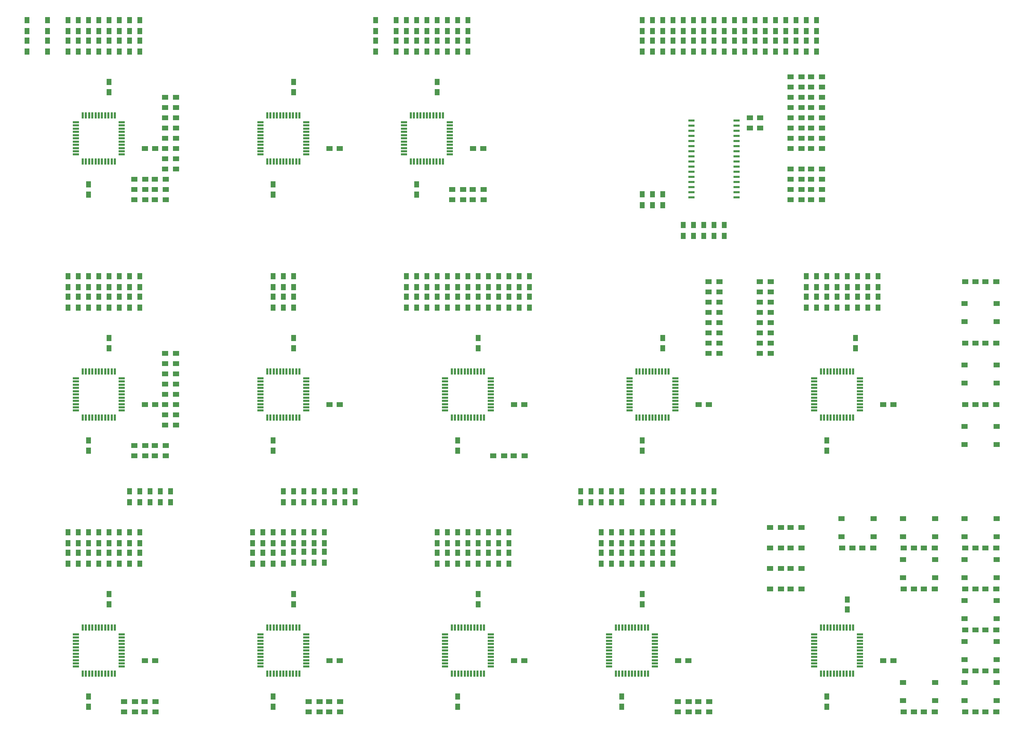
<source format=gtp>
G04 #@! TF.GenerationSoftware,KiCad,Pcbnew,5.0.1*
G04 #@! TF.CreationDate,2018-12-21T00:26:38+11:00*
G04 #@! TF.ProjectId,cpld-cpu,63706C642D6370752E6B696361645F70,rev?*
G04 #@! TF.SameCoordinates,Original*
G04 #@! TF.FileFunction,Paste,Top*
G04 #@! TF.FilePolarity,Positive*
%FSLAX46Y46*%
G04 Gerber Fmt 4.6, Leading zero omitted, Abs format (unit mm)*
G04 Created by KiCad (PCBNEW 5.0.1) date Fri 21 Dec 2018 00:26:38 AEDT*
%MOMM*%
%LPD*%
G01*
G04 APERTURE LIST*
%ADD10R,1.500000X1.300000*%
%ADD11R,1.550000X1.300000*%
%ADD12R,1.500000X1.250000*%
%ADD13R,1.250000X1.500000*%
%ADD14R,0.550000X1.500000*%
%ADD15R,1.500000X0.550000*%
%ADD16R,1.600000X0.600000*%
%ADD17R,1.300000X1.500000*%
G04 APERTURE END LIST*
D10*
G04 #@! TO.C,D131*
X51990000Y-68580000D03*
X54690000Y-68580000D03*
G04 #@! TD*
G04 #@! TO.C,R209*
X49610000Y-68580000D03*
X46910000Y-68580000D03*
G04 #@! TD*
D11*
G04 #@! TO.C,SW4*
X230035000Y-157190000D03*
X222085000Y-157190000D03*
X230035000Y-152690000D03*
X222085000Y-152690000D03*
G04 #@! TD*
G04 #@! TO.C,SW12*
X252565000Y-183170000D03*
X260515000Y-183170000D03*
X252565000Y-187670000D03*
X260515000Y-187670000D03*
G04 #@! TD*
G04 #@! TO.C,SW11*
X260515000Y-167350000D03*
X252565000Y-167350000D03*
X260515000Y-162850000D03*
X252565000Y-162850000D03*
G04 #@! TD*
G04 #@! TO.C,SW10*
X237325000Y-162850000D03*
X245275000Y-162850000D03*
X237325000Y-167350000D03*
X245275000Y-167350000D03*
G04 #@! TD*
G04 #@! TO.C,SW9*
X260515000Y-197830000D03*
X252565000Y-197830000D03*
X260515000Y-193330000D03*
X252565000Y-193330000D03*
G04 #@! TD*
G04 #@! TO.C,SW8*
X252565000Y-173010000D03*
X260515000Y-173010000D03*
X252565000Y-177510000D03*
X260515000Y-177510000D03*
G04 #@! TD*
G04 #@! TO.C,SW7*
X260515000Y-157190000D03*
X252565000Y-157190000D03*
X260515000Y-152690000D03*
X252565000Y-152690000D03*
G04 #@! TD*
G04 #@! TO.C,SW6*
X237325000Y-152690000D03*
X245275000Y-152690000D03*
X237325000Y-157190000D03*
X245275000Y-157190000D03*
G04 #@! TD*
G04 #@! TO.C,SW5*
X245275000Y-197830000D03*
X237325000Y-197830000D03*
X245275000Y-193330000D03*
X237325000Y-193330000D03*
G04 #@! TD*
D12*
G04 #@! TO.C,C53*
X255250000Y-190500000D03*
X252750000Y-190500000D03*
G04 #@! TD*
G04 #@! TO.C,C51*
X237510000Y-170180000D03*
X240010000Y-170180000D03*
G04 #@! TD*
G04 #@! TO.C,C52*
X255250000Y-170180000D03*
X252750000Y-170180000D03*
G04 #@! TD*
G04 #@! TO.C,C50*
X252750000Y-200660000D03*
X255250000Y-200660000D03*
G04 #@! TD*
G04 #@! TO.C,C49*
X255250000Y-180340000D03*
X252750000Y-180340000D03*
G04 #@! TD*
G04 #@! TO.C,C48*
X252750000Y-160020000D03*
X255250000Y-160020000D03*
G04 #@! TD*
G04 #@! TO.C,C47*
X240010000Y-160020000D03*
X237510000Y-160020000D03*
G04 #@! TD*
G04 #@! TO.C,C46*
X234930000Y-187960000D03*
X232430000Y-187960000D03*
G04 #@! TD*
D13*
G04 #@! TO.C,C45*
X223520000Y-175260000D03*
X223520000Y-172760000D03*
G04 #@! TD*
G04 #@! TO.C,C44*
X218440000Y-199330000D03*
X218440000Y-196830000D03*
G04 #@! TD*
D12*
G04 #@! TO.C,C43*
X240010000Y-200660000D03*
X237510000Y-200660000D03*
G04 #@! TD*
G04 #@! TO.C,C42*
X222270000Y-160020000D03*
X224770000Y-160020000D03*
G04 #@! TD*
D14*
G04 #@! TO.C,U14*
X216980000Y-179720000D03*
X217780000Y-179720000D03*
X218580000Y-179720000D03*
X219380000Y-179720000D03*
X220180000Y-179720000D03*
X220980000Y-179720000D03*
X221780000Y-179720000D03*
X222580000Y-179720000D03*
X223380000Y-179720000D03*
X224180000Y-179720000D03*
X224980000Y-179720000D03*
D15*
X226680000Y-181420000D03*
X226680000Y-182220000D03*
X226680000Y-183020000D03*
X226680000Y-183820000D03*
X226680000Y-184620000D03*
X226680000Y-185420000D03*
X226680000Y-186220000D03*
X226680000Y-187020000D03*
X226680000Y-187820000D03*
X226680000Y-188620000D03*
X226680000Y-189420000D03*
D14*
X224980000Y-191120000D03*
X224180000Y-191120000D03*
X223380000Y-191120000D03*
X222580000Y-191120000D03*
X221780000Y-191120000D03*
X220980000Y-191120000D03*
X220180000Y-191120000D03*
X219380000Y-191120000D03*
X218580000Y-191120000D03*
X217780000Y-191120000D03*
X216980000Y-191120000D03*
D15*
X215280000Y-189420000D03*
X215280000Y-188620000D03*
X215280000Y-187820000D03*
X215280000Y-187020000D03*
X215280000Y-186220000D03*
X215280000Y-185420000D03*
X215280000Y-184620000D03*
X215280000Y-183820000D03*
X215280000Y-183020000D03*
X215280000Y-182220000D03*
X215280000Y-181420000D03*
G04 #@! TD*
D10*
G04 #@! TO.C,D130*
X212170000Y-170180000D03*
X209470000Y-170180000D03*
G04 #@! TD*
G04 #@! TO.C,D128*
X209470000Y-160020000D03*
X212170000Y-160020000D03*
G04 #@! TD*
G04 #@! TO.C,D127*
X212170000Y-154940000D03*
X209470000Y-154940000D03*
G04 #@! TD*
G04 #@! TO.C,D129*
X209470000Y-165100000D03*
X212170000Y-165100000D03*
G04 #@! TD*
G04 #@! TO.C,R196*
X229950000Y-160020000D03*
X227250000Y-160020000D03*
G04 #@! TD*
G04 #@! TO.C,R197*
X242490000Y-200660000D03*
X245190000Y-200660000D03*
G04 #@! TD*
G04 #@! TO.C,R198*
X207090000Y-154940000D03*
X204390000Y-154940000D03*
G04 #@! TD*
G04 #@! TO.C,R199*
X204390000Y-160020000D03*
X207090000Y-160020000D03*
G04 #@! TD*
G04 #@! TO.C,R200*
X207090000Y-165100000D03*
X204390000Y-165100000D03*
G04 #@! TD*
G04 #@! TO.C,R201*
X204390000Y-170180000D03*
X207090000Y-170180000D03*
G04 #@! TD*
G04 #@! TO.C,R202*
X245190000Y-160020000D03*
X242490000Y-160020000D03*
G04 #@! TD*
G04 #@! TO.C,R203*
X257730000Y-160020000D03*
X260430000Y-160020000D03*
G04 #@! TD*
G04 #@! TO.C,R204*
X260430000Y-180340000D03*
X257730000Y-180340000D03*
G04 #@! TD*
G04 #@! TO.C,R205*
X257730000Y-200660000D03*
X260430000Y-200660000D03*
G04 #@! TD*
G04 #@! TO.C,R206*
X245190000Y-170180000D03*
X242490000Y-170180000D03*
G04 #@! TD*
G04 #@! TO.C,R207*
X257730000Y-170180000D03*
X260430000Y-170180000D03*
G04 #@! TD*
G04 #@! TO.C,R208*
X260430000Y-190500000D03*
X257730000Y-190500000D03*
G04 #@! TD*
G04 #@! TO.C,D126*
X217250000Y-71120000D03*
X214550000Y-71120000D03*
G04 #@! TD*
G04 #@! TO.C,D125*
X214550000Y-68580000D03*
X217250000Y-68580000D03*
G04 #@! TD*
G04 #@! TO.C,R194*
X209470000Y-68580000D03*
X212170000Y-68580000D03*
G04 #@! TD*
G04 #@! TO.C,R195*
X212170000Y-71120000D03*
X209470000Y-71120000D03*
G04 #@! TD*
G04 #@! TO.C,R192*
X191850000Y-109220000D03*
X189150000Y-109220000D03*
G04 #@! TD*
G04 #@! TO.C,R193*
X189150000Y-111760000D03*
X191850000Y-111760000D03*
G04 #@! TD*
D15*
G04 #@! TO.C,U1*
X32400000Y-54420000D03*
X32400000Y-55220000D03*
X32400000Y-56020000D03*
X32400000Y-56820000D03*
X32400000Y-57620000D03*
X32400000Y-58420000D03*
X32400000Y-59220000D03*
X32400000Y-60020000D03*
X32400000Y-60820000D03*
X32400000Y-61620000D03*
X32400000Y-62420000D03*
D14*
X34100000Y-64120000D03*
X34900000Y-64120000D03*
X35700000Y-64120000D03*
X36500000Y-64120000D03*
X37300000Y-64120000D03*
X38100000Y-64120000D03*
X38900000Y-64120000D03*
X39700000Y-64120000D03*
X40500000Y-64120000D03*
X41300000Y-64120000D03*
X42100000Y-64120000D03*
D15*
X43800000Y-62420000D03*
X43800000Y-61620000D03*
X43800000Y-60820000D03*
X43800000Y-60020000D03*
X43800000Y-59220000D03*
X43800000Y-58420000D03*
X43800000Y-57620000D03*
X43800000Y-56820000D03*
X43800000Y-56020000D03*
X43800000Y-55220000D03*
X43800000Y-54420000D03*
D14*
X42100000Y-52720000D03*
X41300000Y-52720000D03*
X40500000Y-52720000D03*
X39700000Y-52720000D03*
X38900000Y-52720000D03*
X38100000Y-52720000D03*
X37300000Y-52720000D03*
X36500000Y-52720000D03*
X35700000Y-52720000D03*
X34900000Y-52720000D03*
X34100000Y-52720000D03*
G04 #@! TD*
D15*
G04 #@! TO.C,U2*
X32400000Y-117920000D03*
X32400000Y-118720000D03*
X32400000Y-119520000D03*
X32400000Y-120320000D03*
X32400000Y-121120000D03*
X32400000Y-121920000D03*
X32400000Y-122720000D03*
X32400000Y-123520000D03*
X32400000Y-124320000D03*
X32400000Y-125120000D03*
X32400000Y-125920000D03*
D14*
X34100000Y-127620000D03*
X34900000Y-127620000D03*
X35700000Y-127620000D03*
X36500000Y-127620000D03*
X37300000Y-127620000D03*
X38100000Y-127620000D03*
X38900000Y-127620000D03*
X39700000Y-127620000D03*
X40500000Y-127620000D03*
X41300000Y-127620000D03*
X42100000Y-127620000D03*
D15*
X43800000Y-125920000D03*
X43800000Y-125120000D03*
X43800000Y-124320000D03*
X43800000Y-123520000D03*
X43800000Y-122720000D03*
X43800000Y-121920000D03*
X43800000Y-121120000D03*
X43800000Y-120320000D03*
X43800000Y-119520000D03*
X43800000Y-118720000D03*
X43800000Y-117920000D03*
D14*
X42100000Y-116220000D03*
X41300000Y-116220000D03*
X40500000Y-116220000D03*
X39700000Y-116220000D03*
X38900000Y-116220000D03*
X38100000Y-116220000D03*
X37300000Y-116220000D03*
X36500000Y-116220000D03*
X35700000Y-116220000D03*
X34900000Y-116220000D03*
X34100000Y-116220000D03*
G04 #@! TD*
D15*
G04 #@! TO.C,U3*
X32400000Y-181420000D03*
X32400000Y-182220000D03*
X32400000Y-183020000D03*
X32400000Y-183820000D03*
X32400000Y-184620000D03*
X32400000Y-185420000D03*
X32400000Y-186220000D03*
X32400000Y-187020000D03*
X32400000Y-187820000D03*
X32400000Y-188620000D03*
X32400000Y-189420000D03*
D14*
X34100000Y-191120000D03*
X34900000Y-191120000D03*
X35700000Y-191120000D03*
X36500000Y-191120000D03*
X37300000Y-191120000D03*
X38100000Y-191120000D03*
X38900000Y-191120000D03*
X39700000Y-191120000D03*
X40500000Y-191120000D03*
X41300000Y-191120000D03*
X42100000Y-191120000D03*
D15*
X43800000Y-189420000D03*
X43800000Y-188620000D03*
X43800000Y-187820000D03*
X43800000Y-187020000D03*
X43800000Y-186220000D03*
X43800000Y-185420000D03*
X43800000Y-184620000D03*
X43800000Y-183820000D03*
X43800000Y-183020000D03*
X43800000Y-182220000D03*
X43800000Y-181420000D03*
D14*
X42100000Y-179720000D03*
X41300000Y-179720000D03*
X40500000Y-179720000D03*
X39700000Y-179720000D03*
X38900000Y-179720000D03*
X38100000Y-179720000D03*
X37300000Y-179720000D03*
X36500000Y-179720000D03*
X35700000Y-179720000D03*
X34900000Y-179720000D03*
X34100000Y-179720000D03*
G04 #@! TD*
G04 #@! TO.C,U4*
X79820000Y-52720000D03*
X80620000Y-52720000D03*
X81420000Y-52720000D03*
X82220000Y-52720000D03*
X83020000Y-52720000D03*
X83820000Y-52720000D03*
X84620000Y-52720000D03*
X85420000Y-52720000D03*
X86220000Y-52720000D03*
X87020000Y-52720000D03*
X87820000Y-52720000D03*
D15*
X89520000Y-54420000D03*
X89520000Y-55220000D03*
X89520000Y-56020000D03*
X89520000Y-56820000D03*
X89520000Y-57620000D03*
X89520000Y-58420000D03*
X89520000Y-59220000D03*
X89520000Y-60020000D03*
X89520000Y-60820000D03*
X89520000Y-61620000D03*
X89520000Y-62420000D03*
D14*
X87820000Y-64120000D03*
X87020000Y-64120000D03*
X86220000Y-64120000D03*
X85420000Y-64120000D03*
X84620000Y-64120000D03*
X83820000Y-64120000D03*
X83020000Y-64120000D03*
X82220000Y-64120000D03*
X81420000Y-64120000D03*
X80620000Y-64120000D03*
X79820000Y-64120000D03*
D15*
X78120000Y-62420000D03*
X78120000Y-61620000D03*
X78120000Y-60820000D03*
X78120000Y-60020000D03*
X78120000Y-59220000D03*
X78120000Y-58420000D03*
X78120000Y-57620000D03*
X78120000Y-56820000D03*
X78120000Y-56020000D03*
X78120000Y-55220000D03*
X78120000Y-54420000D03*
G04 #@! TD*
D14*
G04 #@! TO.C,U5*
X79820000Y-116220000D03*
X80620000Y-116220000D03*
X81420000Y-116220000D03*
X82220000Y-116220000D03*
X83020000Y-116220000D03*
X83820000Y-116220000D03*
X84620000Y-116220000D03*
X85420000Y-116220000D03*
X86220000Y-116220000D03*
X87020000Y-116220000D03*
X87820000Y-116220000D03*
D15*
X89520000Y-117920000D03*
X89520000Y-118720000D03*
X89520000Y-119520000D03*
X89520000Y-120320000D03*
X89520000Y-121120000D03*
X89520000Y-121920000D03*
X89520000Y-122720000D03*
X89520000Y-123520000D03*
X89520000Y-124320000D03*
X89520000Y-125120000D03*
X89520000Y-125920000D03*
D14*
X87820000Y-127620000D03*
X87020000Y-127620000D03*
X86220000Y-127620000D03*
X85420000Y-127620000D03*
X84620000Y-127620000D03*
X83820000Y-127620000D03*
X83020000Y-127620000D03*
X82220000Y-127620000D03*
X81420000Y-127620000D03*
X80620000Y-127620000D03*
X79820000Y-127620000D03*
D15*
X78120000Y-125920000D03*
X78120000Y-125120000D03*
X78120000Y-124320000D03*
X78120000Y-123520000D03*
X78120000Y-122720000D03*
X78120000Y-121920000D03*
X78120000Y-121120000D03*
X78120000Y-120320000D03*
X78120000Y-119520000D03*
X78120000Y-118720000D03*
X78120000Y-117920000D03*
G04 #@! TD*
D14*
G04 #@! TO.C,U6*
X79820000Y-179720000D03*
X80620000Y-179720000D03*
X81420000Y-179720000D03*
X82220000Y-179720000D03*
X83020000Y-179720000D03*
X83820000Y-179720000D03*
X84620000Y-179720000D03*
X85420000Y-179720000D03*
X86220000Y-179720000D03*
X87020000Y-179720000D03*
X87820000Y-179720000D03*
D15*
X89520000Y-181420000D03*
X89520000Y-182220000D03*
X89520000Y-183020000D03*
X89520000Y-183820000D03*
X89520000Y-184620000D03*
X89520000Y-185420000D03*
X89520000Y-186220000D03*
X89520000Y-187020000D03*
X89520000Y-187820000D03*
X89520000Y-188620000D03*
X89520000Y-189420000D03*
D14*
X87820000Y-191120000D03*
X87020000Y-191120000D03*
X86220000Y-191120000D03*
X85420000Y-191120000D03*
X84620000Y-191120000D03*
X83820000Y-191120000D03*
X83020000Y-191120000D03*
X82220000Y-191120000D03*
X81420000Y-191120000D03*
X80620000Y-191120000D03*
X79820000Y-191120000D03*
D15*
X78120000Y-189420000D03*
X78120000Y-188620000D03*
X78120000Y-187820000D03*
X78120000Y-187020000D03*
X78120000Y-186220000D03*
X78120000Y-185420000D03*
X78120000Y-184620000D03*
X78120000Y-183820000D03*
X78120000Y-183020000D03*
X78120000Y-182220000D03*
X78120000Y-181420000D03*
G04 #@! TD*
G04 #@! TO.C,U7*
X113680000Y-54420000D03*
X113680000Y-55220000D03*
X113680000Y-56020000D03*
X113680000Y-56820000D03*
X113680000Y-57620000D03*
X113680000Y-58420000D03*
X113680000Y-59220000D03*
X113680000Y-60020000D03*
X113680000Y-60820000D03*
X113680000Y-61620000D03*
X113680000Y-62420000D03*
D14*
X115380000Y-64120000D03*
X116180000Y-64120000D03*
X116980000Y-64120000D03*
X117780000Y-64120000D03*
X118580000Y-64120000D03*
X119380000Y-64120000D03*
X120180000Y-64120000D03*
X120980000Y-64120000D03*
X121780000Y-64120000D03*
X122580000Y-64120000D03*
X123380000Y-64120000D03*
D15*
X125080000Y-62420000D03*
X125080000Y-61620000D03*
X125080000Y-60820000D03*
X125080000Y-60020000D03*
X125080000Y-59220000D03*
X125080000Y-58420000D03*
X125080000Y-57620000D03*
X125080000Y-56820000D03*
X125080000Y-56020000D03*
X125080000Y-55220000D03*
X125080000Y-54420000D03*
D14*
X123380000Y-52720000D03*
X122580000Y-52720000D03*
X121780000Y-52720000D03*
X120980000Y-52720000D03*
X120180000Y-52720000D03*
X119380000Y-52720000D03*
X118580000Y-52720000D03*
X117780000Y-52720000D03*
X116980000Y-52720000D03*
X116180000Y-52720000D03*
X115380000Y-52720000D03*
G04 #@! TD*
D15*
G04 #@! TO.C,U8*
X123840000Y-117920000D03*
X123840000Y-118720000D03*
X123840000Y-119520000D03*
X123840000Y-120320000D03*
X123840000Y-121120000D03*
X123840000Y-121920000D03*
X123840000Y-122720000D03*
X123840000Y-123520000D03*
X123840000Y-124320000D03*
X123840000Y-125120000D03*
X123840000Y-125920000D03*
D14*
X125540000Y-127620000D03*
X126340000Y-127620000D03*
X127140000Y-127620000D03*
X127940000Y-127620000D03*
X128740000Y-127620000D03*
X129540000Y-127620000D03*
X130340000Y-127620000D03*
X131140000Y-127620000D03*
X131940000Y-127620000D03*
X132740000Y-127620000D03*
X133540000Y-127620000D03*
D15*
X135240000Y-125920000D03*
X135240000Y-125120000D03*
X135240000Y-124320000D03*
X135240000Y-123520000D03*
X135240000Y-122720000D03*
X135240000Y-121920000D03*
X135240000Y-121120000D03*
X135240000Y-120320000D03*
X135240000Y-119520000D03*
X135240000Y-118720000D03*
X135240000Y-117920000D03*
D14*
X133540000Y-116220000D03*
X132740000Y-116220000D03*
X131940000Y-116220000D03*
X131140000Y-116220000D03*
X130340000Y-116220000D03*
X129540000Y-116220000D03*
X128740000Y-116220000D03*
X127940000Y-116220000D03*
X127140000Y-116220000D03*
X126340000Y-116220000D03*
X125540000Y-116220000D03*
G04 #@! TD*
G04 #@! TO.C,U9*
X125540000Y-179720000D03*
X126340000Y-179720000D03*
X127140000Y-179720000D03*
X127940000Y-179720000D03*
X128740000Y-179720000D03*
X129540000Y-179720000D03*
X130340000Y-179720000D03*
X131140000Y-179720000D03*
X131940000Y-179720000D03*
X132740000Y-179720000D03*
X133540000Y-179720000D03*
D15*
X135240000Y-181420000D03*
X135240000Y-182220000D03*
X135240000Y-183020000D03*
X135240000Y-183820000D03*
X135240000Y-184620000D03*
X135240000Y-185420000D03*
X135240000Y-186220000D03*
X135240000Y-187020000D03*
X135240000Y-187820000D03*
X135240000Y-188620000D03*
X135240000Y-189420000D03*
D14*
X133540000Y-191120000D03*
X132740000Y-191120000D03*
X131940000Y-191120000D03*
X131140000Y-191120000D03*
X130340000Y-191120000D03*
X129540000Y-191120000D03*
X128740000Y-191120000D03*
X127940000Y-191120000D03*
X127140000Y-191120000D03*
X126340000Y-191120000D03*
X125540000Y-191120000D03*
D15*
X123840000Y-189420000D03*
X123840000Y-188620000D03*
X123840000Y-187820000D03*
X123840000Y-187020000D03*
X123840000Y-186220000D03*
X123840000Y-185420000D03*
X123840000Y-184620000D03*
X123840000Y-183820000D03*
X123840000Y-183020000D03*
X123840000Y-182220000D03*
X123840000Y-181420000D03*
G04 #@! TD*
D14*
G04 #@! TO.C,U10*
X171260000Y-116220000D03*
X172060000Y-116220000D03*
X172860000Y-116220000D03*
X173660000Y-116220000D03*
X174460000Y-116220000D03*
X175260000Y-116220000D03*
X176060000Y-116220000D03*
X176860000Y-116220000D03*
X177660000Y-116220000D03*
X178460000Y-116220000D03*
X179260000Y-116220000D03*
D15*
X180960000Y-117920000D03*
X180960000Y-118720000D03*
X180960000Y-119520000D03*
X180960000Y-120320000D03*
X180960000Y-121120000D03*
X180960000Y-121920000D03*
X180960000Y-122720000D03*
X180960000Y-123520000D03*
X180960000Y-124320000D03*
X180960000Y-125120000D03*
X180960000Y-125920000D03*
D14*
X179260000Y-127620000D03*
X178460000Y-127620000D03*
X177660000Y-127620000D03*
X176860000Y-127620000D03*
X176060000Y-127620000D03*
X175260000Y-127620000D03*
X174460000Y-127620000D03*
X173660000Y-127620000D03*
X172860000Y-127620000D03*
X172060000Y-127620000D03*
X171260000Y-127620000D03*
D15*
X169560000Y-125920000D03*
X169560000Y-125120000D03*
X169560000Y-124320000D03*
X169560000Y-123520000D03*
X169560000Y-122720000D03*
X169560000Y-121920000D03*
X169560000Y-121120000D03*
X169560000Y-120320000D03*
X169560000Y-119520000D03*
X169560000Y-118720000D03*
X169560000Y-117920000D03*
G04 #@! TD*
G04 #@! TO.C,U11*
X164480000Y-181420000D03*
X164480000Y-182220000D03*
X164480000Y-183020000D03*
X164480000Y-183820000D03*
X164480000Y-184620000D03*
X164480000Y-185420000D03*
X164480000Y-186220000D03*
X164480000Y-187020000D03*
X164480000Y-187820000D03*
X164480000Y-188620000D03*
X164480000Y-189420000D03*
D14*
X166180000Y-191120000D03*
X166980000Y-191120000D03*
X167780000Y-191120000D03*
X168580000Y-191120000D03*
X169380000Y-191120000D03*
X170180000Y-191120000D03*
X170980000Y-191120000D03*
X171780000Y-191120000D03*
X172580000Y-191120000D03*
X173380000Y-191120000D03*
X174180000Y-191120000D03*
D15*
X175880000Y-189420000D03*
X175880000Y-188620000D03*
X175880000Y-187820000D03*
X175880000Y-187020000D03*
X175880000Y-186220000D03*
X175880000Y-185420000D03*
X175880000Y-184620000D03*
X175880000Y-183820000D03*
X175880000Y-183020000D03*
X175880000Y-182220000D03*
X175880000Y-181420000D03*
D14*
X174180000Y-179720000D03*
X173380000Y-179720000D03*
X172580000Y-179720000D03*
X171780000Y-179720000D03*
X170980000Y-179720000D03*
X170180000Y-179720000D03*
X169380000Y-179720000D03*
X168580000Y-179720000D03*
X167780000Y-179720000D03*
X166980000Y-179720000D03*
X166180000Y-179720000D03*
G04 #@! TD*
D11*
G04 #@! TO.C,SW1*
X260515000Y-103850000D03*
X252565000Y-103850000D03*
X260515000Y-99350000D03*
X252565000Y-99350000D03*
G04 #@! TD*
G04 #@! TO.C,SW2*
X252565000Y-114590000D03*
X260515000Y-114590000D03*
X252565000Y-119090000D03*
X260515000Y-119090000D03*
G04 #@! TD*
G04 #@! TO.C,SW3*
X260515000Y-134330000D03*
X252565000Y-134330000D03*
X260515000Y-129830000D03*
X252565000Y-129830000D03*
G04 #@! TD*
D16*
G04 #@! TO.C,U12*
X196100000Y-53975000D03*
X196100000Y-55245000D03*
X196100000Y-56515000D03*
X196100000Y-57785000D03*
X196100000Y-59055000D03*
X196100000Y-60325000D03*
X196100000Y-61595000D03*
X196100000Y-62875000D03*
X196100000Y-64125000D03*
X196100000Y-65405000D03*
X196100000Y-66675000D03*
X196100000Y-67945000D03*
X196100000Y-69215000D03*
X196100000Y-70485000D03*
X196100000Y-71755000D03*
X196100000Y-73025000D03*
X184900000Y-73025000D03*
X184900000Y-71755000D03*
X184900000Y-70485000D03*
X184900000Y-69215000D03*
X184900000Y-67945000D03*
X184900000Y-66675000D03*
X184900000Y-65405000D03*
X184900000Y-64125000D03*
X184900000Y-62875000D03*
X184900000Y-61595000D03*
X184900000Y-60325000D03*
X184900000Y-59055000D03*
X184900000Y-57785000D03*
X184900000Y-56515000D03*
X184900000Y-55245000D03*
X184900000Y-53975000D03*
G04 #@! TD*
D14*
G04 #@! TO.C,U13*
X216980000Y-116220000D03*
X217780000Y-116220000D03*
X218580000Y-116220000D03*
X219380000Y-116220000D03*
X220180000Y-116220000D03*
X220980000Y-116220000D03*
X221780000Y-116220000D03*
X222580000Y-116220000D03*
X223380000Y-116220000D03*
X224180000Y-116220000D03*
X224980000Y-116220000D03*
D15*
X226680000Y-117920000D03*
X226680000Y-118720000D03*
X226680000Y-119520000D03*
X226680000Y-120320000D03*
X226680000Y-121120000D03*
X226680000Y-121920000D03*
X226680000Y-122720000D03*
X226680000Y-123520000D03*
X226680000Y-124320000D03*
X226680000Y-125120000D03*
X226680000Y-125920000D03*
D14*
X224980000Y-127620000D03*
X224180000Y-127620000D03*
X223380000Y-127620000D03*
X222580000Y-127620000D03*
X221780000Y-127620000D03*
X220980000Y-127620000D03*
X220180000Y-127620000D03*
X219380000Y-127620000D03*
X218580000Y-127620000D03*
X217780000Y-127620000D03*
X216980000Y-127620000D03*
D15*
X215280000Y-125920000D03*
X215280000Y-125120000D03*
X215280000Y-124320000D03*
X215280000Y-123520000D03*
X215280000Y-122720000D03*
X215280000Y-121920000D03*
X215280000Y-121120000D03*
X215280000Y-120320000D03*
X215280000Y-119520000D03*
X215280000Y-118720000D03*
X215280000Y-117920000D03*
G04 #@! TD*
D13*
G04 #@! TO.C,C1*
X35560000Y-72370000D03*
X35560000Y-69870000D03*
G04 #@! TD*
D12*
G04 #@! TO.C,C2*
X52050000Y-60960000D03*
X49550000Y-60960000D03*
G04 #@! TD*
D13*
G04 #@! TO.C,C3*
X40640000Y-44470000D03*
X40640000Y-46970000D03*
G04 #@! TD*
G04 #@! TO.C,C4*
X35560000Y-135870000D03*
X35560000Y-133370000D03*
G04 #@! TD*
D12*
G04 #@! TO.C,C5*
X52050000Y-124460000D03*
X49550000Y-124460000D03*
G04 #@! TD*
D13*
G04 #@! TO.C,C6*
X40640000Y-107950000D03*
X40640000Y-110450000D03*
G04 #@! TD*
G04 #@! TO.C,C7*
X40640000Y-171470000D03*
X40640000Y-173970000D03*
G04 #@! TD*
G04 #@! TO.C,C8*
X35560000Y-196870000D03*
X35560000Y-199370000D03*
G04 #@! TD*
D12*
G04 #@! TO.C,C9*
X52050000Y-187920000D03*
X49550000Y-187920000D03*
G04 #@! TD*
D13*
G04 #@! TO.C,C10*
X81280000Y-72370000D03*
X81280000Y-69870000D03*
G04 #@! TD*
D12*
G04 #@! TO.C,C11*
X97770000Y-60960000D03*
X95270000Y-60960000D03*
G04 #@! TD*
D13*
G04 #@! TO.C,C12*
X86360000Y-44470000D03*
X86360000Y-46970000D03*
G04 #@! TD*
G04 #@! TO.C,C13*
X81280000Y-133370000D03*
X81280000Y-135870000D03*
G04 #@! TD*
D12*
G04 #@! TO.C,C14*
X95270000Y-124460000D03*
X97770000Y-124460000D03*
G04 #@! TD*
D13*
G04 #@! TO.C,C15*
X86360000Y-110470000D03*
X86360000Y-107970000D03*
G04 #@! TD*
G04 #@! TO.C,C16*
X81280000Y-196870000D03*
X81280000Y-199370000D03*
G04 #@! TD*
D12*
G04 #@! TO.C,C17*
X97770000Y-187960000D03*
X95270000Y-187960000D03*
G04 #@! TD*
D13*
G04 #@! TO.C,C18*
X86360000Y-173970000D03*
X86360000Y-171470000D03*
G04 #@! TD*
G04 #@! TO.C,C19*
X116840000Y-72370000D03*
X116840000Y-69870000D03*
G04 #@! TD*
D12*
G04 #@! TO.C,C20*
X133330000Y-60960000D03*
X130830000Y-60960000D03*
G04 #@! TD*
D13*
G04 #@! TO.C,C21*
X121920000Y-44470000D03*
X121920000Y-46970000D03*
G04 #@! TD*
G04 #@! TO.C,C22*
X127000000Y-135870000D03*
X127000000Y-133370000D03*
G04 #@! TD*
D12*
G04 #@! TO.C,C23*
X143490000Y-124460000D03*
X140990000Y-124460000D03*
G04 #@! TD*
D13*
G04 #@! TO.C,C24*
X132080000Y-110470000D03*
X132080000Y-107970000D03*
G04 #@! TD*
G04 #@! TO.C,C25*
X127000000Y-199370000D03*
X127000000Y-196870000D03*
G04 #@! TD*
D12*
G04 #@! TO.C,C26*
X140990000Y-187960000D03*
X143490000Y-187960000D03*
G04 #@! TD*
D13*
G04 #@! TO.C,C27*
X132080000Y-173970000D03*
X132080000Y-171470000D03*
G04 #@! TD*
D12*
G04 #@! TO.C,C28*
X201910000Y-55880000D03*
X199410000Y-55880000D03*
G04 #@! TD*
G04 #@! TO.C,C29*
X201910000Y-53340000D03*
X199410000Y-53340000D03*
G04 #@! TD*
D13*
G04 #@! TO.C,C30*
X172720000Y-133370000D03*
X172720000Y-135870000D03*
G04 #@! TD*
D12*
G04 #@! TO.C,C31*
X189210000Y-124460000D03*
X186710000Y-124460000D03*
G04 #@! TD*
D13*
G04 #@! TO.C,C32*
X177800000Y-110470000D03*
X177800000Y-107970000D03*
G04 #@! TD*
G04 #@! TO.C,C33*
X167640000Y-196870000D03*
X167640000Y-199370000D03*
G04 #@! TD*
D12*
G04 #@! TO.C,C34*
X184130000Y-187960000D03*
X181630000Y-187960000D03*
G04 #@! TD*
D13*
G04 #@! TO.C,C35*
X172720000Y-173970000D03*
X172720000Y-171470000D03*
G04 #@! TD*
G04 #@! TO.C,C36*
X218440000Y-133370000D03*
X218440000Y-135870000D03*
G04 #@! TD*
D12*
G04 #@! TO.C,C37*
X232430000Y-124460000D03*
X234930000Y-124460000D03*
G04 #@! TD*
D13*
G04 #@! TO.C,C38*
X225552000Y-110470000D03*
X225552000Y-107970000D03*
G04 #@! TD*
D12*
G04 #@! TO.C,C39*
X255250000Y-93980000D03*
X252750000Y-93980000D03*
G04 #@! TD*
G04 #@! TO.C,C40*
X255250000Y-109220000D03*
X252750000Y-109220000D03*
G04 #@! TD*
G04 #@! TO.C,C41*
X255250000Y-124460000D03*
X252750000Y-124460000D03*
G04 #@! TD*
D10*
G04 #@! TO.C,D1*
X214550000Y-73660000D03*
X217250000Y-73660000D03*
G04 #@! TD*
G04 #@! TO.C,D2*
X214550000Y-66040000D03*
X217250000Y-66040000D03*
G04 #@! TD*
G04 #@! TO.C,D3*
X186610000Y-200660000D03*
X189310000Y-200660000D03*
G04 #@! TD*
G04 #@! TO.C,D4*
X133430000Y-73660000D03*
X130730000Y-73660000D03*
G04 #@! TD*
G04 #@! TO.C,D5*
X133430000Y-71120000D03*
X130730000Y-71120000D03*
G04 #@! TD*
G04 #@! TO.C,D6*
X51990000Y-73660000D03*
X54690000Y-73660000D03*
G04 #@! TD*
G04 #@! TO.C,D7*
X51990000Y-71120000D03*
X54690000Y-71120000D03*
G04 #@! TD*
G04 #@! TO.C,D8*
X54690000Y-137160000D03*
X51990000Y-137160000D03*
G04 #@! TD*
G04 #@! TO.C,D9*
X54690000Y-134620000D03*
X51990000Y-134620000D03*
G04 #@! TD*
G04 #@! TO.C,D10*
X49450000Y-200660000D03*
X52150000Y-200660000D03*
G04 #@! TD*
G04 #@! TO.C,D11*
X52150000Y-198120000D03*
X49450000Y-198120000D03*
G04 #@! TD*
G04 #@! TO.C,D12*
X95170000Y-200660000D03*
X97870000Y-200660000D03*
G04 #@! TD*
G04 #@! TO.C,D13*
X97870000Y-198120000D03*
X95170000Y-198120000D03*
G04 #@! TD*
G04 #@! TO.C,D14*
X186610000Y-198120000D03*
X189310000Y-198120000D03*
G04 #@! TD*
G04 #@! TO.C,D15*
X140890000Y-137160000D03*
X143590000Y-137160000D03*
G04 #@! TD*
D17*
G04 #@! TO.C,D16*
X20320000Y-29130000D03*
X20320000Y-31830000D03*
G04 #@! TD*
G04 #@! TO.C,D17*
X48260000Y-156130000D03*
X48260000Y-158830000D03*
G04 #@! TD*
G04 #@! TO.C,D18*
X45720000Y-158830000D03*
X45720000Y-156130000D03*
G04 #@! TD*
G04 #@! TO.C,D19*
X43180000Y-156130000D03*
X43180000Y-158830000D03*
G04 #@! TD*
G04 #@! TO.C,D20*
X40640000Y-156130000D03*
X40640000Y-158830000D03*
G04 #@! TD*
G04 #@! TO.C,D21*
X38100000Y-158830000D03*
X38100000Y-156130000D03*
G04 #@! TD*
G04 #@! TO.C,D22*
X35560000Y-156130000D03*
X35560000Y-158830000D03*
G04 #@! TD*
G04 #@! TO.C,D23*
X33020000Y-156130000D03*
X33020000Y-158830000D03*
G04 #@! TD*
G04 #@! TO.C,D24*
X30480000Y-158830000D03*
X30480000Y-156130000D03*
G04 #@! TD*
D10*
G04 #@! TO.C,D25*
X214550000Y-43180000D03*
X217250000Y-43180000D03*
G04 #@! TD*
G04 #@! TO.C,D26*
X217250000Y-45720000D03*
X214550000Y-45720000D03*
G04 #@! TD*
G04 #@! TO.C,D27*
X214550000Y-48260000D03*
X217250000Y-48260000D03*
G04 #@! TD*
G04 #@! TO.C,D28*
X217250000Y-50800000D03*
X214550000Y-50800000D03*
G04 #@! TD*
G04 #@! TO.C,D29*
X217250000Y-53340000D03*
X214550000Y-53340000D03*
G04 #@! TD*
G04 #@! TO.C,D30*
X214550000Y-55880000D03*
X217250000Y-55880000D03*
G04 #@! TD*
G04 #@! TO.C,D31*
X214550000Y-58420000D03*
X217250000Y-58420000D03*
G04 #@! TD*
G04 #@! TO.C,D32*
X214550000Y-60960000D03*
X217250000Y-60960000D03*
G04 #@! TD*
D17*
G04 #@! TO.C,D33*
X48260000Y-31830000D03*
X48260000Y-29130000D03*
G04 #@! TD*
G04 #@! TO.C,D34*
X45720000Y-31830000D03*
X45720000Y-29130000D03*
G04 #@! TD*
G04 #@! TO.C,D35*
X43180000Y-29130000D03*
X43180000Y-31830000D03*
G04 #@! TD*
G04 #@! TO.C,D36*
X40640000Y-31830000D03*
X40640000Y-29130000D03*
G04 #@! TD*
G04 #@! TO.C,D37*
X38100000Y-31830000D03*
X38100000Y-29130000D03*
G04 #@! TD*
G04 #@! TO.C,D38*
X35560000Y-29130000D03*
X35560000Y-31830000D03*
G04 #@! TD*
G04 #@! TO.C,D39*
X33020000Y-29130000D03*
X33020000Y-31830000D03*
G04 #@! TD*
G04 #@! TO.C,D40*
X30480000Y-31830000D03*
X30480000Y-29130000D03*
G04 #@! TD*
G04 #@! TO.C,D41*
X25400000Y-29130000D03*
X25400000Y-31830000D03*
G04 #@! TD*
G04 #@! TO.C,D42*
X48260000Y-92630000D03*
X48260000Y-95330000D03*
G04 #@! TD*
G04 #@! TO.C,D43*
X45720000Y-95330000D03*
X45720000Y-92630000D03*
G04 #@! TD*
G04 #@! TO.C,D44*
X43180000Y-92630000D03*
X43180000Y-95330000D03*
G04 #@! TD*
G04 #@! TO.C,D45*
X40640000Y-95330000D03*
X40640000Y-92630000D03*
G04 #@! TD*
G04 #@! TO.C,D46*
X38100000Y-92630000D03*
X38100000Y-95330000D03*
G04 #@! TD*
G04 #@! TO.C,D47*
X35560000Y-95330000D03*
X35560000Y-92630000D03*
G04 #@! TD*
G04 #@! TO.C,D48*
X33020000Y-92630000D03*
X33020000Y-95330000D03*
G04 #@! TD*
G04 #@! TO.C,D49*
X30480000Y-92630000D03*
X30480000Y-95330000D03*
G04 #@! TD*
G04 #@! TO.C,D50*
X93980000Y-156130000D03*
X93980000Y-158830000D03*
G04 #@! TD*
G04 #@! TO.C,D51*
X91440000Y-158830000D03*
X91440000Y-156130000D03*
G04 #@! TD*
G04 #@! TO.C,D52*
X88900000Y-156130000D03*
X88900000Y-158830000D03*
G04 #@! TD*
G04 #@! TO.C,D53*
X86360000Y-156130000D03*
X86360000Y-158830000D03*
G04 #@! TD*
G04 #@! TO.C,D54*
X83820000Y-158830000D03*
X83820000Y-156130000D03*
G04 #@! TD*
G04 #@! TO.C,D55*
X81280000Y-156130000D03*
X81280000Y-158830000D03*
G04 #@! TD*
G04 #@! TO.C,D56*
X78740000Y-158830000D03*
X78740000Y-156130000D03*
G04 #@! TD*
G04 #@! TO.C,D57*
X76200000Y-158830000D03*
X76200000Y-156130000D03*
G04 #@! TD*
G04 #@! TO.C,D58*
X86360000Y-92630000D03*
X86360000Y-95330000D03*
G04 #@! TD*
G04 #@! TO.C,D59*
X83820000Y-92630000D03*
X83820000Y-95330000D03*
G04 #@! TD*
G04 #@! TO.C,D60*
X81280000Y-92630000D03*
X81280000Y-95330000D03*
G04 #@! TD*
G04 #@! TO.C,D61*
X129540000Y-29130000D03*
X129540000Y-31830000D03*
G04 #@! TD*
G04 #@! TO.C,D62*
X127000000Y-31830000D03*
X127000000Y-29130000D03*
G04 #@! TD*
G04 #@! TO.C,D63*
X124460000Y-29130000D03*
X124460000Y-31830000D03*
G04 #@! TD*
G04 #@! TO.C,D64*
X121920000Y-31830000D03*
X121920000Y-29130000D03*
G04 #@! TD*
G04 #@! TO.C,D65*
X119380000Y-29130000D03*
X119380000Y-31830000D03*
G04 #@! TD*
G04 #@! TO.C,D66*
X116840000Y-29130000D03*
X116840000Y-31830000D03*
G04 #@! TD*
G04 #@! TO.C,D67*
X114300000Y-31830000D03*
X114300000Y-29130000D03*
G04 #@! TD*
G04 #@! TO.C,D68*
X111760000Y-31830000D03*
X111760000Y-29130000D03*
G04 #@! TD*
G04 #@! TO.C,D69*
X106680000Y-31830000D03*
X106680000Y-29130000D03*
G04 #@! TD*
G04 #@! TO.C,D70*
X139700000Y-156130000D03*
X139700000Y-158830000D03*
G04 #@! TD*
G04 #@! TO.C,D71*
X137160000Y-158830000D03*
X137160000Y-156130000D03*
G04 #@! TD*
G04 #@! TO.C,D72*
X134620000Y-156130000D03*
X134620000Y-158830000D03*
G04 #@! TD*
G04 #@! TO.C,D73*
X132080000Y-156130000D03*
X132080000Y-158830000D03*
G04 #@! TD*
G04 #@! TO.C,D74*
X129540000Y-156130000D03*
X129540000Y-158830000D03*
G04 #@! TD*
G04 #@! TO.C,D75*
X127000000Y-158830000D03*
X127000000Y-156130000D03*
G04 #@! TD*
G04 #@! TO.C,D76*
X124460000Y-156130000D03*
X124460000Y-158830000D03*
G04 #@! TD*
G04 #@! TO.C,D77*
X121920000Y-156130000D03*
X121920000Y-158830000D03*
G04 #@! TD*
G04 #@! TO.C,D78*
X180340000Y-158830000D03*
X180340000Y-156130000D03*
G04 #@! TD*
G04 #@! TO.C,D79*
X177800000Y-158830000D03*
X177800000Y-156130000D03*
G04 #@! TD*
G04 #@! TO.C,D80*
X175260000Y-156130000D03*
X175260000Y-158830000D03*
G04 #@! TD*
G04 #@! TO.C,D81*
X172720000Y-158830000D03*
X172720000Y-156130000D03*
G04 #@! TD*
G04 #@! TO.C,D82*
X170180000Y-156130000D03*
X170180000Y-158830000D03*
G04 #@! TD*
G04 #@! TO.C,D83*
X167640000Y-156130000D03*
X167640000Y-158830000D03*
G04 #@! TD*
G04 #@! TO.C,D84*
X165100000Y-158830000D03*
X165100000Y-156130000D03*
G04 #@! TD*
G04 #@! TO.C,D85*
X162560000Y-156130000D03*
X162560000Y-158830000D03*
G04 #@! TD*
G04 #@! TO.C,D86*
X215900000Y-29130000D03*
X215900000Y-31830000D03*
G04 #@! TD*
G04 #@! TO.C,D87*
X213360000Y-31830000D03*
X213360000Y-29130000D03*
G04 #@! TD*
G04 #@! TO.C,D88*
X210820000Y-31830000D03*
X210820000Y-29130000D03*
G04 #@! TD*
G04 #@! TO.C,D89*
X208280000Y-31830000D03*
X208280000Y-29130000D03*
G04 #@! TD*
G04 #@! TO.C,D90*
X205740000Y-29130000D03*
X205740000Y-31830000D03*
G04 #@! TD*
G04 #@! TO.C,D91*
X203200000Y-31830000D03*
X203200000Y-29130000D03*
G04 #@! TD*
G04 #@! TO.C,D92*
X200660000Y-31830000D03*
X200660000Y-29130000D03*
G04 #@! TD*
G04 #@! TO.C,D93*
X198120000Y-29130000D03*
X198120000Y-31830000D03*
G04 #@! TD*
G04 #@! TO.C,D94*
X195580000Y-31830000D03*
X195580000Y-29130000D03*
G04 #@! TD*
G04 #@! TO.C,D95*
X193040000Y-29130000D03*
X193040000Y-31830000D03*
G04 #@! TD*
G04 #@! TO.C,D96*
X190500000Y-29130000D03*
X190500000Y-31830000D03*
G04 #@! TD*
G04 #@! TO.C,D97*
X187960000Y-29130000D03*
X187960000Y-31830000D03*
G04 #@! TD*
G04 #@! TO.C,D98*
X185420000Y-29130000D03*
X185420000Y-31830000D03*
G04 #@! TD*
G04 #@! TO.C,D99*
X182880000Y-31830000D03*
X182880000Y-29130000D03*
G04 #@! TD*
G04 #@! TO.C,D100*
X180340000Y-29130000D03*
X180340000Y-31830000D03*
G04 #@! TD*
G04 #@! TO.C,D101*
X177800000Y-31830000D03*
X177800000Y-29130000D03*
G04 #@! TD*
G04 #@! TO.C,D102*
X175260000Y-31830000D03*
X175260000Y-29130000D03*
G04 #@! TD*
G04 #@! TO.C,D103*
X172720000Y-29130000D03*
X172720000Y-31830000D03*
G04 #@! TD*
G04 #@! TO.C,D104*
X144780000Y-92630000D03*
X144780000Y-95330000D03*
G04 #@! TD*
G04 #@! TO.C,D105*
X142240000Y-92630000D03*
X142240000Y-95330000D03*
G04 #@! TD*
G04 #@! TO.C,D106*
X139700000Y-95330000D03*
X139700000Y-92630000D03*
G04 #@! TD*
G04 #@! TO.C,D107*
X137160000Y-95330000D03*
X137160000Y-92630000D03*
G04 #@! TD*
G04 #@! TO.C,D108*
X134620000Y-92630000D03*
X134620000Y-95330000D03*
G04 #@! TD*
G04 #@! TO.C,D109*
X132080000Y-92630000D03*
X132080000Y-95330000D03*
G04 #@! TD*
G04 #@! TO.C,D110*
X129540000Y-95330000D03*
X129540000Y-92630000D03*
G04 #@! TD*
G04 #@! TO.C,D111*
X127000000Y-95330000D03*
X127000000Y-92630000D03*
G04 #@! TD*
G04 #@! TO.C,D112*
X124460000Y-95330000D03*
X124460000Y-92630000D03*
G04 #@! TD*
G04 #@! TO.C,D113*
X121920000Y-95330000D03*
X121920000Y-92630000D03*
G04 #@! TD*
G04 #@! TO.C,D114*
X119380000Y-92630000D03*
X119380000Y-95330000D03*
G04 #@! TD*
G04 #@! TO.C,D115*
X116840000Y-95330000D03*
X116840000Y-92630000D03*
G04 #@! TD*
G04 #@! TO.C,D116*
X114300000Y-92630000D03*
X114300000Y-95330000D03*
G04 #@! TD*
G04 #@! TO.C,D117*
X231140000Y-95330000D03*
X231140000Y-92630000D03*
G04 #@! TD*
G04 #@! TO.C,D118*
X228600000Y-95330000D03*
X228600000Y-92630000D03*
G04 #@! TD*
G04 #@! TO.C,D119*
X226060000Y-92630000D03*
X226060000Y-95330000D03*
G04 #@! TD*
G04 #@! TO.C,D120*
X223520000Y-92630000D03*
X223520000Y-95330000D03*
G04 #@! TD*
G04 #@! TO.C,D121*
X220980000Y-92630000D03*
X220980000Y-95330000D03*
G04 #@! TD*
G04 #@! TO.C,D122*
X218440000Y-95330000D03*
X218440000Y-92630000D03*
G04 #@! TD*
G04 #@! TO.C,D123*
X215900000Y-92630000D03*
X215900000Y-95330000D03*
G04 #@! TD*
G04 #@! TO.C,D124*
X213360000Y-95330000D03*
X213360000Y-92630000D03*
G04 #@! TD*
D10*
G04 #@! TO.C,R1*
X212170000Y-43180000D03*
X209470000Y-43180000D03*
G04 #@! TD*
G04 #@! TO.C,R2*
X209470000Y-45720000D03*
X212170000Y-45720000D03*
G04 #@! TD*
G04 #@! TO.C,R3*
X212170000Y-48260000D03*
X209470000Y-48260000D03*
G04 #@! TD*
G04 #@! TO.C,R4*
X209470000Y-50800000D03*
X212170000Y-50800000D03*
G04 #@! TD*
G04 #@! TO.C,R5*
X212170000Y-53340000D03*
X209470000Y-53340000D03*
G04 #@! TD*
G04 #@! TO.C,R6*
X209470000Y-55880000D03*
X212170000Y-55880000D03*
G04 #@! TD*
G04 #@! TO.C,R7*
X209470000Y-58420000D03*
X212170000Y-58420000D03*
G04 #@! TD*
G04 #@! TO.C,R8*
X212170000Y-60960000D03*
X209470000Y-60960000D03*
G04 #@! TD*
G04 #@! TO.C,R9*
X209470000Y-73660000D03*
X212170000Y-73660000D03*
G04 #@! TD*
G04 #@! TO.C,R10*
X212170000Y-66040000D03*
X209470000Y-66040000D03*
G04 #@! TD*
G04 #@! TO.C,R11*
X181530000Y-200660000D03*
X184230000Y-200660000D03*
G04 #@! TD*
G04 #@! TO.C,R12*
X128350000Y-73660000D03*
X125650000Y-73660000D03*
G04 #@! TD*
G04 #@! TO.C,R13*
X125650000Y-71120000D03*
X128350000Y-71120000D03*
G04 #@! TD*
G04 #@! TO.C,R14*
X46910000Y-73660000D03*
X49610000Y-73660000D03*
G04 #@! TD*
G04 #@! TO.C,R15*
X49610000Y-71120000D03*
X46910000Y-71120000D03*
G04 #@! TD*
G04 #@! TO.C,R16*
X46910000Y-137160000D03*
X49610000Y-137160000D03*
G04 #@! TD*
G04 #@! TO.C,R17*
X49610000Y-134620000D03*
X46910000Y-134620000D03*
G04 #@! TD*
G04 #@! TO.C,R18*
X44370000Y-200660000D03*
X47070000Y-200660000D03*
G04 #@! TD*
G04 #@! TO.C,R19*
X47070000Y-198120000D03*
X44370000Y-198120000D03*
G04 #@! TD*
G04 #@! TO.C,R20*
X90090000Y-200660000D03*
X92790000Y-200660000D03*
G04 #@! TD*
G04 #@! TO.C,R21*
X92790000Y-198120000D03*
X90090000Y-198120000D03*
G04 #@! TD*
G04 #@! TO.C,R22*
X184230000Y-198120000D03*
X181530000Y-198120000D03*
G04 #@! TD*
G04 #@! TO.C,R23*
X138510000Y-137160000D03*
X135810000Y-137160000D03*
G04 #@! TD*
D17*
G04 #@! TO.C,R24*
X20320000Y-36910000D03*
X20320000Y-34210000D03*
G04 #@! TD*
G04 #@! TO.C,R25*
X48260000Y-161210000D03*
X48260000Y-163910000D03*
G04 #@! TD*
G04 #@! TO.C,R26*
X45720000Y-161210000D03*
X45720000Y-163910000D03*
G04 #@! TD*
G04 #@! TO.C,R27*
X43180000Y-161210000D03*
X43180000Y-163910000D03*
G04 #@! TD*
G04 #@! TO.C,R28*
X40640000Y-163910000D03*
X40640000Y-161210000D03*
G04 #@! TD*
G04 #@! TO.C,R29*
X38100000Y-161210000D03*
X38100000Y-163910000D03*
G04 #@! TD*
G04 #@! TO.C,R30*
X35560000Y-163910000D03*
X35560000Y-161210000D03*
G04 #@! TD*
G04 #@! TO.C,R31*
X33020000Y-161210000D03*
X33020000Y-163910000D03*
G04 #@! TD*
G04 #@! TO.C,R32*
X30480000Y-163910000D03*
X30480000Y-161210000D03*
G04 #@! TD*
G04 #@! TO.C,R33*
X48260000Y-36910000D03*
X48260000Y-34210000D03*
G04 #@! TD*
G04 #@! TO.C,R34*
X45722916Y-34210000D03*
X45722916Y-36910000D03*
G04 #@! TD*
G04 #@! TO.C,R35*
X43182916Y-36910000D03*
X43182916Y-34210000D03*
G04 #@! TD*
G04 #@! TO.C,R36*
X40642916Y-34210000D03*
X40642916Y-36910000D03*
G04 #@! TD*
G04 #@! TO.C,R37*
X38102916Y-36910000D03*
X38102916Y-34210000D03*
G04 #@! TD*
G04 #@! TO.C,R38*
X35562916Y-34210000D03*
X35562916Y-36910000D03*
G04 #@! TD*
G04 #@! TO.C,R39*
X33022916Y-36910000D03*
X33022916Y-34210000D03*
G04 #@! TD*
G04 #@! TO.C,R40*
X30482916Y-34210000D03*
X30482916Y-36910000D03*
G04 #@! TD*
G04 #@! TO.C,R41*
X25400000Y-34210000D03*
X25400000Y-36910000D03*
G04 #@! TD*
G04 #@! TO.C,R42*
X48260000Y-100410000D03*
X48260000Y-97710000D03*
G04 #@! TD*
G04 #@! TO.C,R43*
X45720000Y-97710000D03*
X45720000Y-100410000D03*
G04 #@! TD*
G04 #@! TO.C,R44*
X43180000Y-100410000D03*
X43180000Y-97710000D03*
G04 #@! TD*
G04 #@! TO.C,R45*
X40640000Y-97710000D03*
X40640000Y-100410000D03*
G04 #@! TD*
G04 #@! TO.C,R46*
X38100000Y-100410000D03*
X38100000Y-97710000D03*
G04 #@! TD*
G04 #@! TO.C,R47*
X35560000Y-97710000D03*
X35560000Y-100410000D03*
G04 #@! TD*
G04 #@! TO.C,R48*
X33020000Y-100410000D03*
X33020000Y-97710000D03*
G04 #@! TD*
G04 #@! TO.C,R49*
X30480000Y-100410000D03*
X30480000Y-97710000D03*
G04 #@! TD*
D10*
G04 #@! TO.C,R50*
X54530000Y-63500000D03*
X57230000Y-63500000D03*
G04 #@! TD*
G04 #@! TO.C,R51*
X57230000Y-66040000D03*
X54530000Y-66040000D03*
G04 #@! TD*
G04 #@! TO.C,R52*
X54530000Y-60960000D03*
X57230000Y-60960000D03*
G04 #@! TD*
G04 #@! TO.C,R53*
X57230000Y-58420000D03*
X54530000Y-58420000D03*
G04 #@! TD*
G04 #@! TO.C,R54*
X54530000Y-55880000D03*
X57230000Y-55880000D03*
G04 #@! TD*
G04 #@! TO.C,R55*
X57230000Y-53340000D03*
X54530000Y-53340000D03*
G04 #@! TD*
G04 #@! TO.C,R56*
X54530000Y-50800000D03*
X57230000Y-50800000D03*
G04 #@! TD*
G04 #@! TO.C,R57*
X57230000Y-48260000D03*
X54530000Y-48260000D03*
G04 #@! TD*
G04 #@! TO.C,R58*
X54530000Y-127000000D03*
X57230000Y-127000000D03*
G04 #@! TD*
G04 #@! TO.C,R59*
X57230000Y-129540000D03*
X54530000Y-129540000D03*
G04 #@! TD*
G04 #@! TO.C,R60*
X57230000Y-124460000D03*
X54530000Y-124460000D03*
G04 #@! TD*
G04 #@! TO.C,R61*
X54530000Y-121920000D03*
X57230000Y-121920000D03*
G04 #@! TD*
G04 #@! TO.C,R62*
X57230000Y-119380000D03*
X54530000Y-119380000D03*
G04 #@! TD*
G04 #@! TO.C,R63*
X54530000Y-116840000D03*
X57230000Y-116840000D03*
G04 #@! TD*
G04 #@! TO.C,R64*
X57230000Y-114300000D03*
X54530000Y-114300000D03*
G04 #@! TD*
G04 #@! TO.C,R65*
X54530000Y-111760000D03*
X57230000Y-111760000D03*
G04 #@! TD*
D17*
G04 #@! TO.C,R66*
X53340000Y-148670000D03*
X53340000Y-145970000D03*
G04 #@! TD*
G04 #@! TO.C,R67*
X55880000Y-145970000D03*
X55880000Y-148670000D03*
G04 #@! TD*
G04 #@! TO.C,R68*
X50800000Y-145970000D03*
X50800000Y-148670000D03*
G04 #@! TD*
G04 #@! TO.C,R69*
X48260000Y-145970000D03*
X48260000Y-148670000D03*
G04 #@! TD*
G04 #@! TO.C,R70*
X45720000Y-145970000D03*
X45720000Y-148670000D03*
G04 #@! TD*
G04 #@! TO.C,R71*
X93980000Y-163656000D03*
X93980000Y-160956000D03*
G04 #@! TD*
G04 #@! TO.C,R72*
X91440000Y-163656000D03*
X91440000Y-160956000D03*
G04 #@! TD*
G04 #@! TO.C,R73*
X88900000Y-163656000D03*
X88900000Y-160956000D03*
G04 #@! TD*
G04 #@! TO.C,R74*
X86360000Y-160956000D03*
X86360000Y-163656000D03*
G04 #@! TD*
G04 #@! TO.C,R75*
X83820000Y-163910000D03*
X83820000Y-161210000D03*
G04 #@! TD*
G04 #@! TO.C,R76*
X81280000Y-163910000D03*
X81280000Y-161210000D03*
G04 #@! TD*
G04 #@! TO.C,R77*
X78740000Y-161210000D03*
X78740000Y-163910000D03*
G04 #@! TD*
G04 #@! TO.C,R78*
X76200000Y-163910000D03*
X76200000Y-161210000D03*
G04 #@! TD*
G04 #@! TO.C,R79*
X86360000Y-97710000D03*
X86360000Y-100410000D03*
G04 #@! TD*
G04 #@! TO.C,R80*
X83820000Y-100410000D03*
X83820000Y-97710000D03*
G04 #@! TD*
G04 #@! TO.C,R81*
X81280000Y-100410000D03*
X81280000Y-97710000D03*
G04 #@! TD*
G04 #@! TO.C,R82*
X99060000Y-148670000D03*
X99060000Y-145970000D03*
G04 #@! TD*
G04 #@! TO.C,R83*
X101600000Y-145970000D03*
X101600000Y-148670000D03*
G04 #@! TD*
G04 #@! TO.C,R84*
X96520000Y-148670000D03*
X96520000Y-145970000D03*
G04 #@! TD*
G04 #@! TO.C,R85*
X93980000Y-145970000D03*
X93980000Y-148670000D03*
G04 #@! TD*
G04 #@! TO.C,R86*
X91440000Y-145970000D03*
X91440000Y-148670000D03*
G04 #@! TD*
G04 #@! TO.C,R87*
X88900000Y-145970000D03*
X88900000Y-148670000D03*
G04 #@! TD*
G04 #@! TO.C,R88*
X86360000Y-148670000D03*
X86360000Y-145970000D03*
G04 #@! TD*
G04 #@! TO.C,R89*
X83820000Y-148670000D03*
X83820000Y-145970000D03*
G04 #@! TD*
G04 #@! TO.C,R90*
X129540000Y-36910000D03*
X129540000Y-34210000D03*
G04 #@! TD*
G04 #@! TO.C,R91*
X127000000Y-34210000D03*
X127000000Y-36910000D03*
G04 #@! TD*
G04 #@! TO.C,R92*
X124460000Y-36910000D03*
X124460000Y-34210000D03*
G04 #@! TD*
G04 #@! TO.C,R93*
X121920000Y-34210000D03*
X121920000Y-36910000D03*
G04 #@! TD*
G04 #@! TO.C,R94*
X119380000Y-36910000D03*
X119380000Y-34210000D03*
G04 #@! TD*
G04 #@! TO.C,R95*
X116840000Y-34210000D03*
X116840000Y-36910000D03*
G04 #@! TD*
G04 #@! TO.C,R96*
X114300000Y-34210000D03*
X114300000Y-36910000D03*
G04 #@! TD*
G04 #@! TO.C,R97*
X111760000Y-34210000D03*
X111760000Y-36910000D03*
G04 #@! TD*
G04 #@! TO.C,R98*
X106680000Y-36910000D03*
X106680000Y-34210000D03*
G04 #@! TD*
G04 #@! TO.C,R99*
X139700000Y-161210000D03*
X139700000Y-163910000D03*
G04 #@! TD*
G04 #@! TO.C,R100*
X137160000Y-161210000D03*
X137160000Y-163910000D03*
G04 #@! TD*
G04 #@! TO.C,R101*
X134620000Y-163910000D03*
X134620000Y-161210000D03*
G04 #@! TD*
G04 #@! TO.C,R102*
X132080000Y-161210000D03*
X132080000Y-163910000D03*
G04 #@! TD*
G04 #@! TO.C,R103*
X129540000Y-161210000D03*
X129540000Y-163910000D03*
G04 #@! TD*
G04 #@! TO.C,R104*
X127000000Y-163910000D03*
X127000000Y-161210000D03*
G04 #@! TD*
G04 #@! TO.C,R105*
X124460000Y-161210000D03*
X124460000Y-163910000D03*
G04 #@! TD*
G04 #@! TO.C,R106*
X121920000Y-163910000D03*
X121920000Y-161210000D03*
G04 #@! TD*
G04 #@! TO.C,R107*
X187960000Y-148670000D03*
X187960000Y-145970000D03*
G04 #@! TD*
G04 #@! TO.C,R108*
X190500000Y-148670000D03*
X190500000Y-145970000D03*
G04 #@! TD*
G04 #@! TO.C,R109*
X185420000Y-148670000D03*
X185420000Y-145970000D03*
G04 #@! TD*
G04 #@! TO.C,R110*
X182880000Y-148670000D03*
X182880000Y-145970000D03*
G04 #@! TD*
G04 #@! TO.C,R111*
X180340000Y-145970000D03*
X180340000Y-148670000D03*
G04 #@! TD*
G04 #@! TO.C,R112*
X177800000Y-148670000D03*
X177800000Y-145970000D03*
G04 #@! TD*
G04 #@! TO.C,R113*
X175260000Y-148670000D03*
X175260000Y-145970000D03*
G04 #@! TD*
G04 #@! TO.C,R114*
X172720000Y-148670000D03*
X172720000Y-145970000D03*
G04 #@! TD*
G04 #@! TO.C,R115*
X180340000Y-161210000D03*
X180340000Y-163910000D03*
G04 #@! TD*
G04 #@! TO.C,R116*
X177800000Y-163910000D03*
X177800000Y-161210000D03*
G04 #@! TD*
G04 #@! TO.C,R117*
X175260000Y-163910000D03*
X175260000Y-161210000D03*
G04 #@! TD*
G04 #@! TO.C,R118*
X172720000Y-163910000D03*
X172720000Y-161210000D03*
G04 #@! TD*
G04 #@! TO.C,R119*
X170180000Y-161210000D03*
X170180000Y-163910000D03*
G04 #@! TD*
G04 #@! TO.C,R120*
X167640000Y-161210000D03*
X167640000Y-163910000D03*
G04 #@! TD*
G04 #@! TO.C,R121*
X165100000Y-163910000D03*
X165100000Y-161210000D03*
G04 #@! TD*
G04 #@! TO.C,R122*
X162560000Y-163910000D03*
X162560000Y-161210000D03*
G04 #@! TD*
D10*
G04 #@! TO.C,R123*
X189150000Y-93980000D03*
X191850000Y-93980000D03*
G04 #@! TD*
G04 #@! TO.C,R124*
X191850000Y-96520000D03*
X189150000Y-96520000D03*
G04 #@! TD*
D17*
G04 #@! TO.C,R125*
X172720000Y-72310000D03*
X172720000Y-75010000D03*
G04 #@! TD*
G04 #@! TO.C,R126*
X175260000Y-75010000D03*
X175260000Y-72310000D03*
G04 #@! TD*
G04 #@! TO.C,R127*
X177800000Y-72310000D03*
X177800000Y-75010000D03*
G04 #@! TD*
G04 #@! TO.C,R128*
X182880000Y-79930000D03*
X182880000Y-82630000D03*
G04 #@! TD*
G04 #@! TO.C,R129*
X185420000Y-82630000D03*
X185420000Y-79930000D03*
G04 #@! TD*
G04 #@! TO.C,R130*
X187960000Y-79930000D03*
X187960000Y-82630000D03*
G04 #@! TD*
G04 #@! TO.C,R131*
X190500000Y-82630000D03*
X190500000Y-79930000D03*
G04 #@! TD*
G04 #@! TO.C,R132*
X193040000Y-79930000D03*
X193040000Y-82630000D03*
G04 #@! TD*
D10*
G04 #@! TO.C,R133*
X191850000Y-99060000D03*
X189150000Y-99060000D03*
G04 #@! TD*
G04 #@! TO.C,R134*
X191850000Y-101600000D03*
X189150000Y-101600000D03*
G04 #@! TD*
G04 #@! TO.C,R135*
X191850000Y-104140000D03*
X189150000Y-104140000D03*
G04 #@! TD*
G04 #@! TO.C,R136*
X189150000Y-106680000D03*
X191850000Y-106680000D03*
G04 #@! TD*
D17*
G04 #@! TO.C,R137*
X165100000Y-145970000D03*
X165100000Y-148670000D03*
G04 #@! TD*
G04 #@! TO.C,R138*
X167640000Y-148670000D03*
X167640000Y-145970000D03*
G04 #@! TD*
G04 #@! TO.C,R139*
X162560000Y-145970000D03*
X162560000Y-148670000D03*
G04 #@! TD*
G04 #@! TO.C,R140*
X160020000Y-148670000D03*
X160020000Y-145970000D03*
G04 #@! TD*
G04 #@! TO.C,R141*
X157480000Y-145970000D03*
X157480000Y-148670000D03*
G04 #@! TD*
G04 #@! TO.C,R142*
X215900000Y-36910000D03*
X215900000Y-34210000D03*
G04 #@! TD*
G04 #@! TO.C,R143*
X213360000Y-36910000D03*
X213360000Y-34210000D03*
G04 #@! TD*
G04 #@! TO.C,R144*
X210820000Y-36910000D03*
X210820000Y-34210000D03*
G04 #@! TD*
G04 #@! TO.C,R145*
X208280000Y-34210000D03*
X208280000Y-36910000D03*
G04 #@! TD*
G04 #@! TO.C,R146*
X205740000Y-36910000D03*
X205740000Y-34210000D03*
G04 #@! TD*
G04 #@! TO.C,R147*
X203200000Y-34210000D03*
X203200000Y-36910000D03*
G04 #@! TD*
G04 #@! TO.C,R148*
X200660000Y-36910000D03*
X200660000Y-34210000D03*
G04 #@! TD*
G04 #@! TO.C,R149*
X198120000Y-34210000D03*
X198120000Y-36910000D03*
G04 #@! TD*
G04 #@! TO.C,R150*
X195580000Y-36910000D03*
X195580000Y-34210000D03*
G04 #@! TD*
G04 #@! TO.C,R151*
X193040000Y-34210000D03*
X193040000Y-36910000D03*
G04 #@! TD*
G04 #@! TO.C,R152*
X190500000Y-34210000D03*
X190500000Y-36910000D03*
G04 #@! TD*
G04 #@! TO.C,R153*
X187960000Y-34210000D03*
X187960000Y-36910000D03*
G04 #@! TD*
G04 #@! TO.C,R154*
X185420000Y-36910000D03*
X185420000Y-34210000D03*
G04 #@! TD*
G04 #@! TO.C,R155*
X182880000Y-34210000D03*
X182880000Y-36910000D03*
G04 #@! TD*
G04 #@! TO.C,R156*
X180340000Y-36910000D03*
X180340000Y-34210000D03*
G04 #@! TD*
G04 #@! TO.C,R157*
X177800000Y-34210000D03*
X177800000Y-36910000D03*
G04 #@! TD*
G04 #@! TO.C,R158*
X175260000Y-36910000D03*
X175260000Y-34210000D03*
G04 #@! TD*
G04 #@! TO.C,R159*
X172720000Y-34210000D03*
X172720000Y-36910000D03*
G04 #@! TD*
G04 #@! TO.C,R160*
X144780000Y-97710000D03*
X144780000Y-100410000D03*
G04 #@! TD*
G04 #@! TO.C,R161*
X142240000Y-100410000D03*
X142240000Y-97710000D03*
G04 #@! TD*
G04 #@! TO.C,R162*
X139700000Y-97710000D03*
X139700000Y-100410000D03*
G04 #@! TD*
G04 #@! TO.C,R163*
X137160000Y-100410000D03*
X137160000Y-97710000D03*
G04 #@! TD*
G04 #@! TO.C,R164*
X134620000Y-97710000D03*
X134620000Y-100410000D03*
G04 #@! TD*
G04 #@! TO.C,R165*
X132080000Y-100410000D03*
X132080000Y-97710000D03*
G04 #@! TD*
G04 #@! TO.C,R166*
X129540000Y-100410000D03*
X129540000Y-97710000D03*
G04 #@! TD*
G04 #@! TO.C,R167*
X127000000Y-100410000D03*
X127000000Y-97710000D03*
G04 #@! TD*
G04 #@! TO.C,R168*
X124460000Y-97710000D03*
X124460000Y-100410000D03*
G04 #@! TD*
G04 #@! TO.C,R169*
X121920000Y-100410000D03*
X121920000Y-97710000D03*
G04 #@! TD*
G04 #@! TO.C,R170*
X119380000Y-97710000D03*
X119380000Y-100410000D03*
G04 #@! TD*
G04 #@! TO.C,R171*
X116840000Y-100410000D03*
X116840000Y-97710000D03*
G04 #@! TD*
G04 #@! TO.C,R172*
X114300000Y-97710000D03*
X114300000Y-100410000D03*
G04 #@! TD*
G04 #@! TO.C,R173*
X231140000Y-100410000D03*
X231140000Y-97710000D03*
G04 #@! TD*
G04 #@! TO.C,R174*
X228600000Y-100410000D03*
X228600000Y-97710000D03*
G04 #@! TD*
G04 #@! TO.C,R175*
X226060000Y-100410000D03*
X226060000Y-97710000D03*
G04 #@! TD*
G04 #@! TO.C,R176*
X223520000Y-97710000D03*
X223520000Y-100410000D03*
G04 #@! TD*
G04 #@! TO.C,R177*
X220980000Y-100410000D03*
X220980000Y-97710000D03*
G04 #@! TD*
G04 #@! TO.C,R178*
X218440000Y-97710000D03*
X218440000Y-100410000D03*
G04 #@! TD*
G04 #@! TO.C,R179*
X215900000Y-100410000D03*
X215900000Y-97710000D03*
G04 #@! TD*
G04 #@! TO.C,R180*
X213360000Y-97710000D03*
X213360000Y-100410000D03*
G04 #@! TD*
D10*
G04 #@! TO.C,R181*
X201850000Y-93980000D03*
X204550000Y-93980000D03*
G04 #@! TD*
G04 #@! TO.C,R182*
X204550000Y-96520000D03*
X201850000Y-96520000D03*
G04 #@! TD*
G04 #@! TO.C,R183*
X201850000Y-99060000D03*
X204550000Y-99060000D03*
G04 #@! TD*
G04 #@! TO.C,R184*
X204550000Y-101600000D03*
X201850000Y-101600000D03*
G04 #@! TD*
G04 #@! TO.C,R185*
X204550000Y-104140000D03*
X201850000Y-104140000D03*
G04 #@! TD*
G04 #@! TO.C,R186*
X201850000Y-106680000D03*
X204550000Y-106680000D03*
G04 #@! TD*
G04 #@! TO.C,R187*
X204550000Y-109220000D03*
X201850000Y-109220000D03*
G04 #@! TD*
G04 #@! TO.C,R188*
X201850000Y-111760000D03*
X204550000Y-111760000D03*
G04 #@! TD*
G04 #@! TO.C,R189*
X260430000Y-93980000D03*
X257730000Y-93980000D03*
G04 #@! TD*
G04 #@! TO.C,R190*
X257730000Y-109220000D03*
X260430000Y-109220000D03*
G04 #@! TD*
G04 #@! TO.C,R191*
X257730000Y-124460000D03*
X260430000Y-124460000D03*
G04 #@! TD*
M02*

</source>
